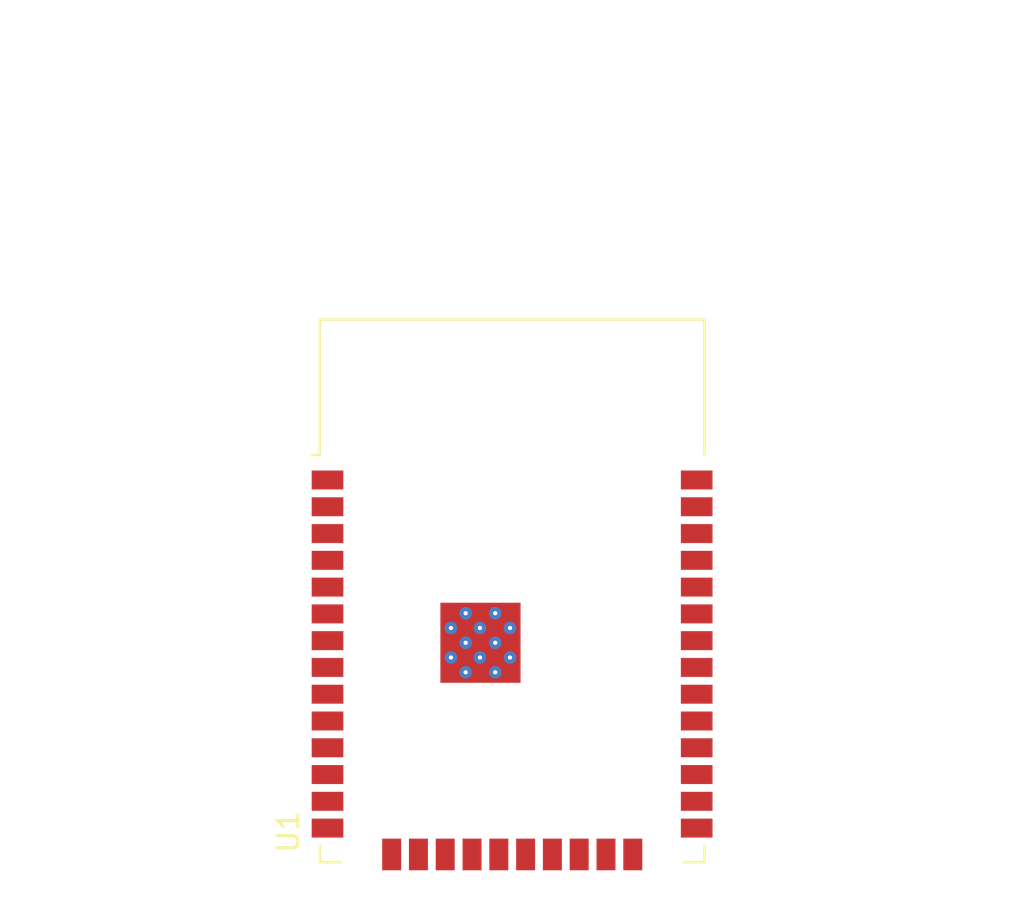
<source format=kicad_pcb>
(kicad_pcb (version 20221018) (generator pcbnew)
  (layers (0 "F.Cu" signal) (31 "B.Cu" signal) (34 "B.Paste" user) (35 "F.Paste" user) (36 "B.SilkS" user "B.Silkscreen") (37 "F.SilkS" user "F.Silkscreen") (38 "B.Mask" user) (39 "F.Mask" user) (44 "Edge.Cuts" user))
  (net 0 "")
  (net 1 "Net-(U1-GND-Pad1)")
  (footprint "RF_Module:ESP32-WROOM-32D" (layer "F.Cu") (at 146.19 106.04)
    (fp_text reference "U1" (at -10.61 8.43 90) (layer "F.SilkS"))
    (fp_text value "ESP32-WROOM-32D")
    (fp_line (start -9.12 -15.86) (end -9.12 -9.445) (stroke (width 0.12)) (layer "F.SilkS"))
    (fp_line (start -9.12 -15.86) (end 9.12 -15.86) (stroke (width 0.12)) (layer "F.SilkS"))
    (fp_line (start -9.12 -9.445) (end -9.5 -9.445) (stroke (width 0.12)) (layer "F.SilkS"))
    (fp_line (start -9.12 9.1) (end -9.12 9.88) (stroke (width 0.12)) (layer "F.SilkS"))
    (fp_line (start -9.12 9.88) (end -8.12 9.88) (stroke (width 0.12)) (layer "F.SilkS"))
    (fp_line (start 9.12 -15.86) (end 9.12 -9.445) (stroke (width 0.12)) (layer "F.SilkS"))
    (fp_line (start 9.12 9.1) (end 9.12 9.88) (stroke (width 0.12)) (layer "F.SilkS"))
    (fp_line (start 9.12 9.88) (end 8.12 9.88) (stroke (width 0.12)) (layer "F.SilkS"))
    (pad "1" smd rect (at -8.75 -8.25) (size 1.5 0.9) (layers "F.Cu" "F.Paste" "F.Mask") (net 1 "Net-(U1-GND-Pad1)"))
    (pad "2" smd rect (at -8.75 -6.98) (size 1.5 0.9) (layers "F.Cu" "F.Paste" "F.Mask"))
    (pad "3" smd rect (at -8.75 -5.71) (size 1.5 0.9) (layers "F.Cu" "F.Paste" "F.Mask"))
    (pad "4" smd rect (at -8.75 -4.44) (size 1.5 0.9) (layers "F.Cu" "F.Paste" "F.Mask"))
    (pad "5" smd rect (at -8.75 -3.17) (size 1.5 0.9) (layers "F.Cu" "F.Paste" "F.Mask"))
    (pad "6" smd rect (at -8.75 -1.9) (size 1.5 0.9) (layers "F.Cu" "F.Paste" "F.Mask"))
    (pad "7" smd rect (at -8.75 -0.63) (size 1.5 0.9) (layers "F.Cu" "F.Paste" "F.Mask"))
    (pad "8" smd rect (at -8.75 0.64) (size 1.5 0.9) (layers "F.Cu" "F.Paste" "F.Mask"))
    (pad "9" smd rect (at -8.75 1.91) (size 1.5 0.9) (layers "F.Cu" "F.Paste" "F.Mask"))
    (pad "10" smd rect (at -8.75 3.18) (size 1.5 0.9) (layers "F.Cu" "F.Paste" "F.Mask"))
    (pad "11" smd rect (at -8.75 4.45) (size 1.5 0.9) (layers "F.Cu" "F.Paste" "F.Mask"))
    (pad "12" smd rect (at -8.75 5.72) (size 1.5 0.9) (layers "F.Cu" "F.Paste" "F.Mask"))
    (pad "13" smd rect (at -8.75 6.99) (size 1.5 0.9) (layers "F.Cu" "F.Paste" "F.Mask"))
    (pad "14" smd rect (at -8.75 8.26) (size 1.5 0.9) (layers "F.Cu" "F.Paste" "F.Mask"))
    (pad "15" smd rect (at -5.71 9.51 90) (size 1.5 0.9) (layers "F.Cu" "F.Paste" "F.Mask") (net 1 "Net-(U1-GND-Pad1)"))
    (pad "16" smd rect (at -4.44 9.51 90) (size 1.5 0.9) (layers "F.Cu" "F.Paste" "F.Mask"))
    (pad "17" smd rect (at -3.17 9.51 90) (size 1.5 0.9) (layers "F.Cu" "F.Paste" "F.Mask"))
    (pad "18" smd rect (at -1.9 9.51 90) (size 1.5 0.9) (layers "F.Cu" "F.Paste" "F.Mask"))
    (pad "19" smd rect (at -0.63 9.51 90) (size 1.5 0.9) (layers "F.Cu" "F.Paste" "F.Mask"))
    (pad "20" smd rect (at 0.64 9.51 90) (size 1.5 0.9) (layers "F.Cu" "F.Paste" "F.Mask"))
    (pad "21" smd rect (at 1.91 9.51 90) (size 1.5 0.9) (layers "F.Cu" "F.Paste" "F.Mask"))
    (pad "22" smd rect (at 3.18 9.51 90) (size 1.5 0.9) (layers "F.Cu" "F.Paste" "F.Mask"))
    (pad "23" smd rect (at 4.45 9.51 90) (size 1.5 0.9) (layers "F.Cu" "F.Paste" "F.Mask"))
    (pad "24" smd rect (at 5.72 9.51 90) (size 1.5 0.9) (layers "F.Cu" "F.Paste" "F.Mask"))
    (pad "25" smd rect (at 8.75 8.26) (size 1.5 0.9) (layers "F.Cu" "F.Paste" "F.Mask"))
    (pad "26" smd rect (at 8.75 6.99) (size 1.5 0.9) (layers "F.Cu" "F.Paste" "F.Mask"))
    (pad "27" smd rect (at 8.75 5.72) (size 1.5 0.9) (layers "F.Cu" "F.Paste" "F.Mask"))
    (pad "28" smd rect (at 8.75 4.45) (size 1.5 0.9) (layers "F.Cu" "F.Paste" "F.Mask"))
    (pad "29" smd rect (at 8.75 3.18) (size 1.5 0.9) (layers "F.Cu" "F.Paste" "F.Mask"))
    (pad "30" smd rect (at 8.75 1.91) (size 1.5 0.9) (layers "F.Cu" "F.Paste" "F.Mask"))
    (pad "31" smd rect (at 8.75 0.64) (size 1.5 0.9) (layers "F.Cu" "F.Paste" "F.Mask"))
    (pad "32" smd rect (at 8.75 -0.63) (size 1.5 0.9) (layers "F.Cu" "F.Paste" "F.Mask"))
    (pad "33" smd rect (at 8.75 -1.9) (size 1.5 0.9) (layers "F.Cu" "F.Paste" "F.Mask"))
    (pad "34" smd rect (at 8.75 -3.17) (size 1.5 0.9) (layers "F.Cu" "F.Paste" "F.Mask"))
    (pad "35" smd rect (at 8.75 -4.44) (size 1.5 0.9) (layers "F.Cu" "F.Paste" "F.Mask"))
    (pad "36" smd rect (at 8.75 -5.71) (size 1.5 0.9) (layers "F.Cu" "F.Paste" "F.Mask"))
    (pad "37" smd rect (at 8.75 -6.98) (size 1.5 0.9) (layers "F.Cu" "F.Paste" "F.Mask"))
    (pad "38" smd rect (at 8.75 -8.25) (size 1.5 0.9) (layers "F.Cu" "F.Paste" "F.Mask") (net 1 "Net-(U1-GND-Pad1)"))
    (pad "39" smd rect (at -2.9 -1.93) (size 0.9 0.9) (layers "F.Cu" "F.Paste") (net 1 "Net-(U1-GND-Pad1)"))
    (pad "39" thru_hole circle (at -2.9 -1.23) (size 0.6 0.6) (drill 0.2) (property pad_prop_heatsink) (layers "*.Cu" "F.Mask") (net 1 "Net-(U1-GND-Pad1)"))
    (pad "39" smd rect (at -2.9 -0.53) (size 0.9 0.9) (layers "F.Cu" "F.Paste") (net 1 "Net-(U1-GND-Pad1)"))
    (pad "39" thru_hole circle (at -2.9 0.17) (size 0.6 0.6) (drill 0.2) (property pad_prop_heatsink) (layers "*.Cu" "F.Mask") (net 1 "Net-(U1-GND-Pad1)"))
    (pad "39" smd rect (at -2.9 0.87) (size 0.9 0.9) (layers "F.Cu" "F.Paste") (net 1 "Net-(U1-GND-Pad1)"))
    (pad "39" thru_hole circle (at -2.2 -1.93) (size 0.6 0.6) (drill 0.2) (property pad_prop_heatsink) (layers "*.Cu" "F.Mask") (net 1 "Net-(U1-GND-Pad1)"))
    (pad "39" thru_hole circle (at -2.2 -0.53) (size 0.6 0.6) (drill 0.2) (property pad_prop_heatsink) (layers "*.Cu" "F.Mask") (net 1 "Net-(U1-GND-Pad1)"))
    (pad "39" thru_hole circle (at -2.2 0.87) (size 0.6 0.6) (drill 0.2) (property pad_prop_heatsink) (layers "*.Cu" "F.Mask") (net 1 "Net-(U1-GND-Pad1)"))
    (pad "39" thru_hole circle (at -1.525 -1.23) (size 0.6 0.6) (drill 0.2) (property pad_prop_heatsink) (layers "*.Cu" "F.Mask") (net 1 "Net-(U1-GND-Pad1)"))
    (pad "39" thru_hole circle (at -1.525 0.17) (size 0.6 0.6) (drill 0.2) (property pad_prop_heatsink) (layers "*.Cu" "F.Mask") (net 1 "Net-(U1-GND-Pad1)"))
    (pad "39" smd rect (at -1.5 -1.93) (size 0.9 0.9) (layers "F.Cu" "F.Paste") (net 1 "Net-(U1-GND-Pad1)"))
    (pad "39" smd rect (at -1.5 -0.53) (size 0.9 0.9) (layers "F.Cu" "F.Paste") (net 1 "Net-(U1-GND-Pad1)"))
    (pad "39" smd rect (at -1.5 -0.53) (size 3.8 3.8) (layers "F.Cu" "F.Mask") (net 1 "Net-(U1-GND-Pad1)"))
    (pad "39" smd rect (at -1.5 0.87) (size 0.9 0.9) (layers "F.Cu" "F.Paste") (net 1 "Net-(U1-GND-Pad1)"))
    (pad "39" thru_hole circle (at -0.8 -1.93) (size 0.6 0.6) (drill 0.2) (property pad_prop_heatsink) (layers "*.Cu" "F.Mask") (net 1 "Net-(U1-GND-Pad1)"))
    (pad "39" thru_hole circle (at -0.8 -0.53) (size 0.6 0.6) (drill 0.2) (property pad_prop_heatsink) (layers "*.Cu" "F.Mask") (net 1 "Net-(U1-GND-Pad1)"))
    (pad "39" thru_hole circle (at -0.8 0.87) (size 0.6 0.6) (drill 0.2) (property pad_prop_heatsink) (layers "*.Cu" "F.Mask") (net 1 "Net-(U1-GND-Pad1)"))
    (pad "39" smd rect (at -0.1 -1.93) (size 0.9 0.9) (layers "F.Cu" "F.Paste") (net 1 "Net-(U1-GND-Pad1)"))
    (pad "39" thru_hole circle (at -0.1 -1.23) (size 0.6 0.6) (drill 0.2) (property pad_prop_heatsink) (layers "*.Cu" "F.Mask") (net 1 "Net-(U1-GND-Pad1)"))
    (pad "39" smd rect (at -0.1 -0.53) (size 0.9 0.9) (layers "F.Cu" "F.Paste") (net 1 "Net-(U1-GND-Pad1)"))
    (pad "39" thru_hole circle (at -0.1 0.17) (size 0.6 0.6) (drill 0.2) (property pad_prop_heatsink) (layers "*.Cu" "F.Mask") (net 1 "Net-(U1-GND-Pad1)"))
    (pad "39" smd rect (at -0.1 0.87) (size 0.9 0.9) (layers "F.Cu" "F.Paste") (net 1 "Net-(U1-GND-Pad1)"))
  )
)
</source>
